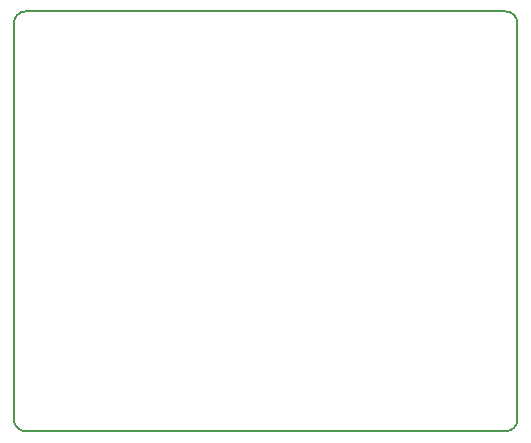
<source format=gbr>
%TF.GenerationSoftware,KiCad,Pcbnew,(6.0.0)*%
%TF.CreationDate,2022-11-08T21:37:46+09:00*%
%TF.ProjectId,LED_MATRIX_ATOM_UNIT,4c45445f-4d41-4545-9249-585f41544f4d,rev?*%
%TF.SameCoordinates,Original*%
%TF.FileFunction,Profile,NP*%
%FSLAX46Y46*%
G04 Gerber Fmt 4.6, Leading zero omitted, Abs format (unit mm)*
G04 Created by KiCad (PCBNEW (6.0.0)) date 2022-11-08 21:37:46*
%MOMM*%
%LPD*%
G01*
G04 APERTURE LIST*
%TA.AperFunction,Profile*%
%ADD10C,0.200000*%
%TD*%
G04 APERTURE END LIST*
D10*
X123080692Y-120224434D02*
G75*
G03*
X124080692Y-119224434I1J999999D01*
G01*
X123080692Y-120224434D02*
X82450000Y-120224434D01*
X124080692Y-85675566D02*
X124080692Y-119224434D01*
X81450000Y-119224434D02*
G75*
G03*
X82450000Y-120224434I999999J-1D01*
G01*
X82450000Y-84675566D02*
G75*
G03*
X81450000Y-85675566I-1J-999999D01*
G01*
X81450000Y-119224434D02*
X81450000Y-85675566D01*
X82450000Y-84675566D02*
X123080692Y-84675566D01*
X124080692Y-85675566D02*
G75*
G03*
X123080692Y-84675566I-999999J1D01*
G01*
M02*

</source>
